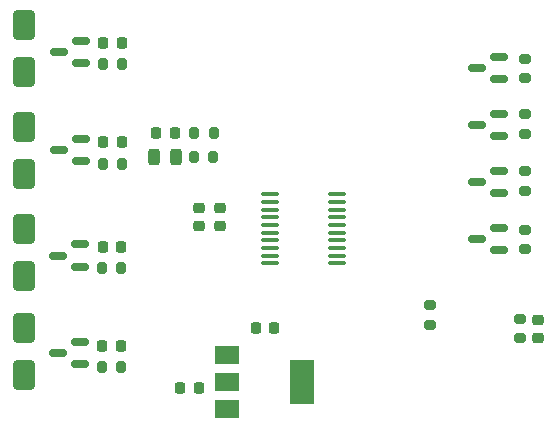
<source format=gbr>
%TF.GenerationSoftware,KiCad,Pcbnew,7.0.10*%
%TF.CreationDate,2025-04-06T19:51:51+02:00*%
%TF.ProjectId,auto_irrigator,6175746f-5f69-4727-9269-6761746f722e,rev?*%
%TF.SameCoordinates,Original*%
%TF.FileFunction,Paste,Top*%
%TF.FilePolarity,Positive*%
%FSLAX46Y46*%
G04 Gerber Fmt 4.6, Leading zero omitted, Abs format (unit mm)*
G04 Created by KiCad (PCBNEW 7.0.10) date 2025-04-06 19:51:51*
%MOMM*%
%LPD*%
G01*
G04 APERTURE LIST*
G04 Aperture macros list*
%AMRoundRect*
0 Rectangle with rounded corners*
0 $1 Rounding radius*
0 $2 $3 $4 $5 $6 $7 $8 $9 X,Y pos of 4 corners*
0 Add a 4 corners polygon primitive as box body*
4,1,4,$2,$3,$4,$5,$6,$7,$8,$9,$2,$3,0*
0 Add four circle primitives for the rounded corners*
1,1,$1+$1,$2,$3*
1,1,$1+$1,$4,$5*
1,1,$1+$1,$6,$7*
1,1,$1+$1,$8,$9*
0 Add four rect primitives between the rounded corners*
20,1,$1+$1,$2,$3,$4,$5,0*
20,1,$1+$1,$4,$5,$6,$7,0*
20,1,$1+$1,$6,$7,$8,$9,0*
20,1,$1+$1,$8,$9,$2,$3,0*%
G04 Aperture macros list end*
%ADD10RoundRect,0.250000X-0.650000X1.000000X-0.650000X-1.000000X0.650000X-1.000000X0.650000X1.000000X0*%
%ADD11RoundRect,0.225000X0.250000X-0.225000X0.250000X0.225000X-0.250000X0.225000X-0.250000X-0.225000X0*%
%ADD12RoundRect,0.200000X0.200000X0.275000X-0.200000X0.275000X-0.200000X-0.275000X0.200000X-0.275000X0*%
%ADD13RoundRect,0.218750X0.218750X0.256250X-0.218750X0.256250X-0.218750X-0.256250X0.218750X-0.256250X0*%
%ADD14RoundRect,0.150000X0.587500X0.150000X-0.587500X0.150000X-0.587500X-0.150000X0.587500X-0.150000X0*%
%ADD15RoundRect,0.100000X-0.637500X-0.100000X0.637500X-0.100000X0.637500X0.100000X-0.637500X0.100000X0*%
%ADD16RoundRect,0.200000X0.275000X-0.200000X0.275000X0.200000X-0.275000X0.200000X-0.275000X-0.200000X0*%
%ADD17RoundRect,0.200000X-0.275000X0.200000X-0.275000X-0.200000X0.275000X-0.200000X0.275000X0.200000X0*%
%ADD18RoundRect,0.218750X-0.218750X-0.256250X0.218750X-0.256250X0.218750X0.256250X-0.218750X0.256250X0*%
%ADD19RoundRect,0.243750X-0.243750X-0.456250X0.243750X-0.456250X0.243750X0.456250X-0.243750X0.456250X0*%
%ADD20RoundRect,0.225000X-0.250000X0.225000X-0.250000X-0.225000X0.250000X-0.225000X0.250000X0.225000X0*%
%ADD21RoundRect,0.225000X0.225000X0.250000X-0.225000X0.250000X-0.225000X-0.250000X0.225000X-0.250000X0*%
%ADD22R,2.000000X1.500000*%
%ADD23R,2.000000X3.800000*%
G04 APERTURE END LIST*
D10*
%TO.C,D4*%
X145738500Y-73914000D03*
X145738500Y-77914000D03*
%TD*%
D11*
%TO.C,C6*%
X189230000Y-91820000D03*
X189230000Y-90270000D03*
%TD*%
D12*
%TO.C,R2*%
X154071000Y-77028000D03*
X152421000Y-77028000D03*
%TD*%
D13*
%TO.C,D6*%
X153949500Y-92456000D03*
X152374500Y-92456000D03*
%TD*%
D12*
%TO.C,R3*%
X153995000Y-85852000D03*
X152345000Y-85852000D03*
%TD*%
D14*
%TO.C,Q1*%
X150564500Y-68514000D03*
X150564500Y-66614000D03*
X148689500Y-67564000D03*
%TD*%
D15*
%TO.C,U1*%
X166555500Y-79625000D03*
X166555500Y-80275000D03*
X166555500Y-80925000D03*
X166555500Y-81575000D03*
X166555500Y-82225000D03*
X166555500Y-82875000D03*
X166555500Y-83525000D03*
X166555500Y-84175000D03*
X166555500Y-84825000D03*
X166555500Y-85475000D03*
X172280500Y-85475000D03*
X172280500Y-84825000D03*
X172280500Y-84175000D03*
X172280500Y-83525000D03*
X172280500Y-82875000D03*
X172280500Y-82225000D03*
X172280500Y-81575000D03*
X172280500Y-80925000D03*
X172280500Y-80275000D03*
X172280500Y-79625000D03*
%TD*%
D10*
%TO.C,D3*%
X145738500Y-65310000D03*
X145738500Y-69310000D03*
%TD*%
D12*
%TO.C,R1*%
X154071000Y-68580000D03*
X152421000Y-68580000D03*
%TD*%
D16*
%TO.C,R12*%
X188132500Y-74514000D03*
X188132500Y-72864000D03*
%TD*%
D10*
%TO.C,D8*%
X145738500Y-90964000D03*
X145738500Y-94964000D03*
%TD*%
D16*
%TO.C,R11*%
X188148000Y-69804000D03*
X188148000Y-68154000D03*
%TD*%
D14*
%TO.C,Q8*%
X185943500Y-74702000D03*
X185943500Y-72802000D03*
X184068500Y-73752000D03*
%TD*%
D17*
%TO.C,R10*%
X180086000Y-89028000D03*
X180086000Y-90678000D03*
%TD*%
D12*
%TO.C,R6*%
X161767000Y-76454000D03*
X160117000Y-76454000D03*
%TD*%
D18*
%TO.C,D9*%
X156946500Y-74422000D03*
X158521500Y-74422000D03*
%TD*%
D14*
%TO.C,Q5*%
X185959000Y-79528000D03*
X185959000Y-77628000D03*
X184084000Y-78578000D03*
%TD*%
D19*
%TO.C,D10*%
X156718000Y-76454000D03*
X158593000Y-76454000D03*
%TD*%
D20*
%TO.C,C5*%
X162306000Y-80759000D03*
X162306000Y-82309000D03*
%TD*%
D13*
%TO.C,D2*%
X154017500Y-75184000D03*
X152442500Y-75184000D03*
%TD*%
D12*
%TO.C,R5*%
X161798000Y-74422000D03*
X160148000Y-74422000D03*
%TD*%
D16*
%TO.C,R8*%
X188148000Y-84292000D03*
X188148000Y-82642000D03*
%TD*%
%TO.C,R7*%
X188148000Y-79340000D03*
X188148000Y-77690000D03*
%TD*%
D14*
%TO.C,Q3*%
X150488500Y-85776000D03*
X150488500Y-83876000D03*
X148613500Y-84826000D03*
%TD*%
D21*
%TO.C,C1*%
X160541000Y-96012000D03*
X158991000Y-96012000D03*
%TD*%
D10*
%TO.C,D7*%
X145738500Y-82550000D03*
X145738500Y-86550000D03*
%TD*%
D14*
%TO.C,Q6*%
X185959000Y-84354000D03*
X185959000Y-82454000D03*
X184084000Y-83404000D03*
%TD*%
D13*
%TO.C,D5*%
X153975000Y-84074000D03*
X152400000Y-84074000D03*
%TD*%
D21*
%TO.C,C2*%
X166904000Y-90932000D03*
X165354000Y-90932000D03*
%TD*%
D17*
%TO.C,R9*%
X187706000Y-90170000D03*
X187706000Y-91820000D03*
%TD*%
D14*
%TO.C,Q7*%
X185959000Y-69876000D03*
X185959000Y-67976000D03*
X184084000Y-68926000D03*
%TD*%
D22*
%TO.C,U2*%
X162966000Y-93204000D03*
X162966000Y-95504000D03*
D23*
X169266000Y-95504000D03*
D22*
X162966000Y-97804000D03*
%TD*%
D14*
%TO.C,Q2*%
X150564500Y-76830000D03*
X150564500Y-74930000D03*
X148689500Y-75880000D03*
%TD*%
%TO.C,Q4*%
X150486000Y-94026000D03*
X150486000Y-92126000D03*
X148611000Y-93076000D03*
%TD*%
D12*
%TO.C,R4*%
X153992500Y-94234000D03*
X152342500Y-94234000D03*
%TD*%
D13*
%TO.C,D1*%
X154017500Y-66802000D03*
X152442500Y-66802000D03*
%TD*%
D20*
%TO.C,C4*%
X160528000Y-80759000D03*
X160528000Y-82309000D03*
%TD*%
M02*

</source>
